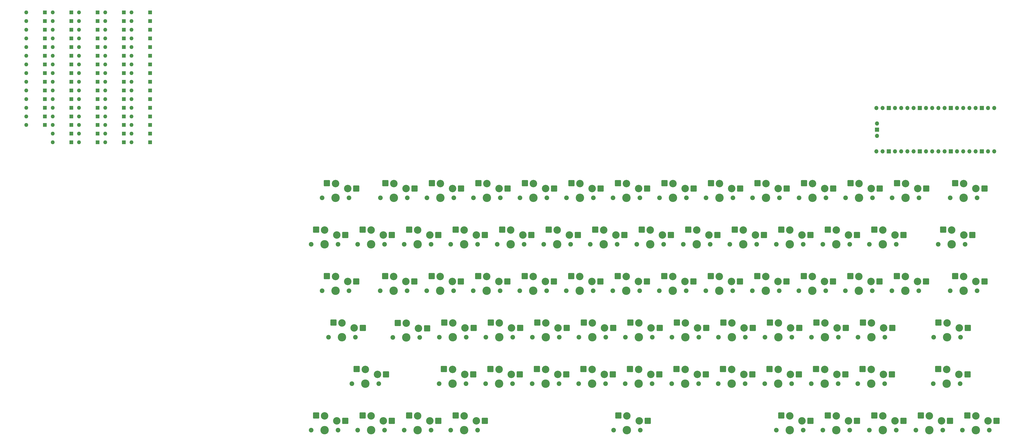
<source format=gbs>
G04 #@! TF.GenerationSoftware,KiCad,Pcbnew,8.0.8*
G04 #@! TF.CreationDate,2025-06-07T08:47:10+08:00*
G04 #@! TF.ProjectId,magic-keys,6d616769-632d-46b6-9579-732e6b696361,rev?*
G04 #@! TF.SameCoordinates,Original*
G04 #@! TF.FileFunction,Soldermask,Bot*
G04 #@! TF.FilePolarity,Negative*
%FSLAX46Y46*%
G04 Gerber Fmt 4.6, Leading zero omitted, Abs format (unit mm)*
G04 Created by KiCad (PCBNEW 8.0.8) date 2025-06-07 08:47:10*
%MOMM*%
%LPD*%
G01*
G04 APERTURE LIST*
G04 Aperture macros list*
%AMRoundRect*
0 Rectangle with rounded corners*
0 $1 Rounding radius*
0 $2 $3 $4 $5 $6 $7 $8 $9 X,Y pos of 4 corners*
0 Add a 4 corners polygon primitive as box body*
4,1,4,$2,$3,$4,$5,$6,$7,$8,$9,$2,$3,0*
0 Add four circle primitives for the rounded corners*
1,1,$1+$1,$2,$3*
1,1,$1+$1,$4,$5*
1,1,$1+$1,$6,$7*
1,1,$1+$1,$8,$9*
0 Add four rect primitives between the rounded corners*
20,1,$1+$1,$2,$3,$4,$5,0*
20,1,$1+$1,$4,$5,$6,$7,0*
20,1,$1+$1,$6,$7,$8,$9,0*
20,1,$1+$1,$8,$9,$2,$3,0*%
G04 Aperture macros list end*
%ADD10C,3.050000*%
%ADD11RoundRect,0.250000X-1.025000X-1.000000X1.025000X-1.000000X1.025000X1.000000X-1.025000X1.000000X0*%
%ADD12C,3.450000*%
%ADD13C,1.900000*%
%ADD14O,1.700000X1.700000*%
%ADD15R,1.700000X1.700000*%
%ADD16R,1.600000X1.600000*%
%ADD17O,1.600000X1.600000*%
G04 APERTURE END LIST*
D10*
G04 #@! TO.C,`~1*
X9525000Y-70300000D03*
X14525000Y-72400000D03*
D11*
X6025000Y-70200000D03*
X18025000Y-72400000D03*
D12*
X9525000Y-76200000D03*
D13*
X4025000Y-76200000D03*
X15025000Y-76200000D03*
G04 #@! TD*
D10*
G04 #@! TO.C,]}1*
X247362500Y-89350000D03*
X252362500Y-91450000D03*
D11*
X243862500Y-89250000D03*
X255862500Y-91450000D03*
D12*
X247362500Y-95250000D03*
D13*
X241862500Y-95250000D03*
X252862500Y-95250000D03*
G04 #@! TD*
D10*
G04 #@! TO.C,\u005C|1*
X271242500Y-89350000D03*
X276242500Y-91450000D03*
D11*
X267742500Y-89250000D03*
X279742500Y-91450000D03*
D12*
X271242500Y-95250000D03*
D13*
X265742500Y-95250000D03*
X276742500Y-95250000D03*
G04 #@! TD*
D10*
G04 #@! TO.C,[{1*
X228312500Y-89350000D03*
X233312500Y-91450000D03*
D11*
X224812500Y-89250000D03*
X236812500Y-91450000D03*
D12*
X228312500Y-95250000D03*
D13*
X222812500Y-95250000D03*
X233812500Y-95250000D03*
G04 #@! TD*
D10*
G04 #@! TO.C,Z1*
X61912500Y-127450000D03*
X66912500Y-129550000D03*
D11*
X58412500Y-127350000D03*
X70412500Y-129550000D03*
D12*
X61912500Y-133350000D03*
D13*
X56412500Y-133350000D03*
X67412500Y-133350000D03*
G04 #@! TD*
D10*
G04 #@! TO.C,Y1*
X133062500Y-89350000D03*
X138062500Y-91450000D03*
D11*
X129562500Y-89250000D03*
X141562500Y-91450000D03*
D12*
X133062500Y-95250000D03*
D13*
X127562500Y-95250000D03*
X138562500Y-95250000D03*
G04 #@! TD*
D10*
G04 #@! TO.C,X1*
X80962500Y-127450000D03*
X85962500Y-129550000D03*
D11*
X77462500Y-127350000D03*
X89462500Y-129550000D03*
D12*
X80962500Y-133350000D03*
D13*
X75462500Y-133350000D03*
X86462500Y-133350000D03*
G04 #@! TD*
D10*
G04 #@! TO.C,W1*
X56862500Y-89350000D03*
X61862500Y-91450000D03*
D11*
X53362500Y-89250000D03*
X65362500Y-91450000D03*
D12*
X56862500Y-95250000D03*
D13*
X51362500Y-95250000D03*
X62362500Y-95250000D03*
G04 #@! TD*
D10*
G04 #@! TO.C,V1*
X119062500Y-127450000D03*
X124062500Y-129550000D03*
D11*
X115562500Y-127350000D03*
X127562500Y-129550000D03*
D12*
X119062500Y-133350000D03*
D13*
X113562500Y-133350000D03*
X124562500Y-133350000D03*
G04 #@! TD*
D10*
G04 #@! TO.C,Up1*
X257175000Y-146500000D03*
X262175000Y-148600000D03*
D11*
X253675000Y-146400000D03*
X265675000Y-148600000D03*
D12*
X257175000Y-152400000D03*
D13*
X251675000Y-152400000D03*
X262675000Y-152400000D03*
G04 #@! TD*
D10*
G04 #@! TO.C,U2*
X152112500Y-89350000D03*
X157112500Y-91450000D03*
D11*
X148612500Y-89250000D03*
X160612500Y-91450000D03*
D12*
X152112500Y-95250000D03*
D13*
X146612500Y-95250000D03*
X157612500Y-95250000D03*
G04 #@! TD*
D10*
G04 #@! TO.C,Tab1*
X14000000Y-89350000D03*
X19000000Y-91450000D03*
D11*
X10500000Y-89250000D03*
X22500000Y-91450000D03*
D12*
X14000000Y-95250000D03*
D13*
X8500000Y-95250000D03*
X19500000Y-95250000D03*
G04 #@! TD*
D10*
G04 #@! TO.C,T1*
X114012500Y-89350000D03*
X119012500Y-91450000D03*
D11*
X110512500Y-89250000D03*
X122512500Y-91450000D03*
D12*
X114012500Y-95250000D03*
D13*
X108512500Y-95250000D03*
X119512500Y-95250000D03*
G04 #@! TD*
D10*
G04 #@! TO.C,Space1*
X133350000Y-146500000D03*
X138350000Y-148600000D03*
D11*
X129850000Y-146400000D03*
X141850000Y-148600000D03*
D12*
X133350000Y-152400000D03*
D13*
X127850000Y-152400000D03*
X138850000Y-152400000D03*
G04 #@! TD*
D10*
G04 #@! TO.C,Shift2*
X264318750Y-127450000D03*
X269318750Y-129550000D03*
D11*
X260818750Y-127350000D03*
X272818750Y-129550000D03*
D12*
X264318750Y-133350000D03*
D13*
X258818750Y-133350000D03*
X269818750Y-133350000D03*
G04 #@! TD*
D10*
G04 #@! TO.C,Shift1*
X26193750Y-127450000D03*
X31193750Y-129550000D03*
D11*
X22693750Y-127350000D03*
X34693750Y-129550000D03*
D12*
X26193750Y-133350000D03*
D13*
X20693750Y-133350000D03*
X31693750Y-133350000D03*
G04 #@! TD*
D10*
G04 #@! TO.C,S1*
X62037500Y-108400000D03*
X67037500Y-110500000D03*
D11*
X58537500Y-108300000D03*
X70537500Y-110500000D03*
D12*
X62037500Y-114300000D03*
D13*
X56537500Y-114300000D03*
X67537500Y-114300000D03*
G04 #@! TD*
D10*
G04 #@! TO.C,Right1*
X276225000Y-146500000D03*
X281225000Y-148600000D03*
D11*
X272725000Y-146400000D03*
X284725000Y-148600000D03*
D12*
X276225000Y-152400000D03*
D13*
X270725000Y-152400000D03*
X281725000Y-152400000D03*
G04 #@! TD*
D10*
G04 #@! TO.C,R1*
X94962500Y-89350000D03*
X99962500Y-91450000D03*
D11*
X91462500Y-89250000D03*
X103462500Y-91450000D03*
D12*
X94962500Y-95250000D03*
D13*
X89462500Y-95250000D03*
X100462500Y-95250000D03*
G04 #@! TD*
D10*
G04 #@! TO.C,Q1*
X37812500Y-89350000D03*
X42812500Y-91450000D03*
D11*
X34312500Y-89250000D03*
X46312500Y-91450000D03*
D12*
X37812500Y-95250000D03*
D13*
X32312500Y-95250000D03*
X43312500Y-95250000D03*
G04 #@! TD*
D10*
G04 #@! TO.C,P1*
X209262500Y-89350000D03*
X214262500Y-91450000D03*
D11*
X205762500Y-89250000D03*
X217762500Y-91450000D03*
D12*
X209262500Y-95250000D03*
D13*
X203762500Y-95250000D03*
X214762500Y-95250000D03*
G04 #@! TD*
D10*
G04 #@! TO.C,Option1*
X47625000Y-146500000D03*
X52625000Y-148600000D03*
D11*
X44125000Y-146400000D03*
X56125000Y-148600000D03*
D12*
X47625000Y-152400000D03*
D13*
X42125000Y-152400000D03*
X53125000Y-152400000D03*
G04 #@! TD*
D10*
G04 #@! TO.C,O1*
X190212500Y-89350000D03*
X195212500Y-91450000D03*
D11*
X186712500Y-89250000D03*
X198712500Y-91450000D03*
D12*
X190212500Y-95250000D03*
D13*
X184712500Y-95250000D03*
X195712500Y-95250000D03*
G04 #@! TD*
D10*
G04 #@! TO.C,N1*
X157162500Y-127450000D03*
X162162500Y-129550000D03*
D11*
X153662500Y-127350000D03*
X165662500Y-129550000D03*
D12*
X157162500Y-133350000D03*
D13*
X151662500Y-133350000D03*
X162662500Y-133350000D03*
G04 #@! TD*
D10*
G04 #@! TO.C,M1*
X176212500Y-127450000D03*
X181212500Y-129550000D03*
D11*
X172712500Y-127350000D03*
X184712500Y-129550000D03*
D12*
X176212500Y-133350000D03*
D13*
X170712500Y-133350000D03*
X181712500Y-133350000D03*
G04 #@! TD*
D10*
G04 #@! TO.C,Left1*
X219075000Y-146500000D03*
X224075000Y-148600000D03*
D11*
X215575000Y-146400000D03*
X227575000Y-148600000D03*
D12*
X219075000Y-152400000D03*
D13*
X213575000Y-152400000D03*
X224575000Y-152400000D03*
G04 #@! TD*
D10*
G04 #@! TO.C,L1*
X195387500Y-108400000D03*
X200387500Y-110500000D03*
D11*
X191887500Y-108300000D03*
X203887500Y-110500000D03*
D12*
X195387500Y-114300000D03*
D13*
X189887500Y-114300000D03*
X200887500Y-114300000D03*
G04 #@! TD*
D10*
G04 #@! TO.C,K1*
X176337500Y-108400000D03*
X181337500Y-110500000D03*
D11*
X172837500Y-108300000D03*
X184837500Y-110500000D03*
D12*
X176337500Y-114300000D03*
D13*
X170837500Y-114300000D03*
X181837500Y-114300000D03*
G04 #@! TD*
D10*
G04 #@! TO.C,J1*
X157287500Y-108400000D03*
X162287500Y-110500000D03*
D11*
X153787500Y-108300000D03*
X165787500Y-110500000D03*
D12*
X157287500Y-114300000D03*
D13*
X151787500Y-114300000D03*
X162787500Y-114300000D03*
G04 #@! TD*
D10*
G04 #@! TO.C,I1*
X171162500Y-89350000D03*
X176162500Y-91450000D03*
D11*
X167662500Y-89250000D03*
X179662500Y-91450000D03*
D12*
X171162500Y-95250000D03*
D13*
X165662500Y-95250000D03*
X176662500Y-95250000D03*
G04 #@! TD*
D10*
G04 #@! TO.C,H1*
X138237500Y-108400000D03*
X143237500Y-110500000D03*
D11*
X134737500Y-108300000D03*
X146737500Y-110500000D03*
D12*
X138237500Y-114300000D03*
D13*
X132737500Y-114300000D03*
X143737500Y-114300000D03*
G04 #@! TD*
D10*
G04 #@! TO.C,G1*
X119187500Y-108400000D03*
X124187500Y-110500000D03*
D11*
X115687500Y-108300000D03*
X127687500Y-110500000D03*
D12*
X119187500Y-114300000D03*
D13*
X113687500Y-114300000D03*
X124687500Y-114300000D03*
G04 #@! TD*
D10*
G04 #@! TO.C,Fn1*
X9525000Y-146500000D03*
X14525000Y-148600000D03*
D11*
X6025000Y-146400000D03*
X18025000Y-148600000D03*
D12*
X9525000Y-152400000D03*
D13*
X4025000Y-152400000D03*
X15025000Y-152400000D03*
G04 #@! TD*
D10*
G04 #@! TO.C,F13*
X100137500Y-108400000D03*
X105137500Y-110500000D03*
D11*
X96637500Y-108300000D03*
X108637500Y-110500000D03*
D12*
X100137500Y-114300000D03*
D13*
X94637500Y-114300000D03*
X105637500Y-114300000D03*
G04 #@! TD*
D10*
G04 #@! TO.C,F12*
X247430000Y-51250000D03*
X252430000Y-53350000D03*
D11*
X243930000Y-51150000D03*
X255930000Y-53350000D03*
D12*
X247430000Y-57150000D03*
D13*
X241930000Y-57150000D03*
X252930000Y-57150000D03*
G04 #@! TD*
D10*
G04 #@! TO.C,F11*
X228380000Y-51250000D03*
X233380000Y-53350000D03*
D11*
X224880000Y-51150000D03*
X236880000Y-53350000D03*
D12*
X228380000Y-57150000D03*
D13*
X222880000Y-57150000D03*
X233880000Y-57150000D03*
G04 #@! TD*
D10*
G04 #@! TO.C,F10*
X209330000Y-51250000D03*
X214330000Y-53350000D03*
D11*
X205830000Y-51150000D03*
X217830000Y-53350000D03*
D12*
X209330000Y-57150000D03*
D13*
X203830000Y-57150000D03*
X214830000Y-57150000D03*
G04 #@! TD*
D10*
G04 #@! TO.C,F9*
X190280000Y-51250000D03*
X195280000Y-53350000D03*
D11*
X186780000Y-51150000D03*
X198780000Y-53350000D03*
D12*
X190280000Y-57150000D03*
D13*
X184780000Y-57150000D03*
X195780000Y-57150000D03*
G04 #@! TD*
D10*
G04 #@! TO.C,F8*
X171230000Y-51250000D03*
X176230000Y-53350000D03*
D11*
X167730000Y-51150000D03*
X179730000Y-53350000D03*
D12*
X171230000Y-57150000D03*
D13*
X165730000Y-57150000D03*
X176730000Y-57150000D03*
G04 #@! TD*
D10*
G04 #@! TO.C,F7*
X152180000Y-51250000D03*
X157180000Y-53350000D03*
D11*
X148680000Y-51150000D03*
X160680000Y-53350000D03*
D12*
X152180000Y-57150000D03*
D13*
X146680000Y-57150000D03*
X157680000Y-57150000D03*
G04 #@! TD*
D10*
G04 #@! TO.C,F6*
X133130000Y-51250000D03*
X138130000Y-53350000D03*
D11*
X129630000Y-51150000D03*
X141630000Y-53350000D03*
D12*
X133130000Y-57150000D03*
D13*
X127630000Y-57150000D03*
X138630000Y-57150000D03*
G04 #@! TD*
D10*
G04 #@! TO.C,F5*
X114080000Y-51250000D03*
X119080000Y-53350000D03*
D11*
X110580000Y-51150000D03*
X122580000Y-53350000D03*
D12*
X114080000Y-57150000D03*
D13*
X108580000Y-57150000D03*
X119580000Y-57150000D03*
G04 #@! TD*
D10*
G04 #@! TO.C,F4*
X95030000Y-51250000D03*
X100030000Y-53350000D03*
D11*
X91530000Y-51150000D03*
X103530000Y-53350000D03*
D12*
X95030000Y-57150000D03*
D13*
X89530000Y-57150000D03*
X100530000Y-57150000D03*
G04 #@! TD*
D10*
G04 #@! TO.C,F3*
X75980000Y-51250000D03*
X80980000Y-53350000D03*
D11*
X72480000Y-51150000D03*
X84480000Y-53350000D03*
D12*
X75980000Y-57150000D03*
D13*
X70480000Y-57150000D03*
X81480000Y-57150000D03*
G04 #@! TD*
D10*
G04 #@! TO.C,F2*
X56930000Y-51250000D03*
X61930000Y-53350000D03*
D11*
X53430000Y-51150000D03*
X65430000Y-53350000D03*
D12*
X56930000Y-57150000D03*
D13*
X51430000Y-57150000D03*
X62430000Y-57150000D03*
G04 #@! TD*
D10*
G04 #@! TO.C,F1*
X37880000Y-51250000D03*
X42880000Y-53350000D03*
D11*
X34380000Y-51150000D03*
X46380000Y-53350000D03*
D12*
X37880000Y-57150000D03*
D13*
X32380000Y-57150000D03*
X43380000Y-57150000D03*
G04 #@! TD*
D10*
G04 #@! TO.C,Esc1*
X14000000Y-51250000D03*
X19000000Y-53350000D03*
D11*
X10500000Y-51150000D03*
X22500000Y-53350000D03*
D12*
X14000000Y-57150000D03*
D13*
X8500000Y-57150000D03*
X19500000Y-57150000D03*
G04 #@! TD*
D10*
G04 #@! TO.C,Enter1*
X264443750Y-108400000D03*
X269443750Y-110500000D03*
D11*
X260943750Y-108300000D03*
X272943750Y-110500000D03*
D12*
X264443750Y-114300000D03*
D13*
X258943750Y-114300000D03*
X269943750Y-114300000D03*
G04 #@! TD*
D10*
G04 #@! TO.C,E1*
X75912500Y-89350000D03*
X80912500Y-91450000D03*
D11*
X72412500Y-89250000D03*
X84412500Y-91450000D03*
D12*
X75912500Y-95250000D03*
D13*
X70412500Y-95250000D03*
X81412500Y-95250000D03*
G04 #@! TD*
D10*
G04 #@! TO.C,Down1*
X238125000Y-146500000D03*
X243125000Y-148600000D03*
D11*
X234625000Y-146400000D03*
X246625000Y-148600000D03*
D12*
X238125000Y-152400000D03*
D13*
X232625000Y-152400000D03*
X243625000Y-152400000D03*
G04 #@! TD*
D10*
G04 #@! TO.C,Del1*
X271242500Y-51250000D03*
X276242500Y-53350000D03*
D11*
X267742500Y-51150000D03*
X279742500Y-53350000D03*
D12*
X271242500Y-57150000D03*
D13*
X265742500Y-57150000D03*
X276742500Y-57150000D03*
G04 #@! TD*
D10*
G04 #@! TO.C,D1*
X81087500Y-108400000D03*
X86087500Y-110500000D03*
D11*
X77587500Y-108300000D03*
X89587500Y-110500000D03*
D12*
X81087500Y-114300000D03*
D13*
X75587500Y-114300000D03*
X86587500Y-114300000D03*
G04 #@! TD*
D10*
G04 #@! TO.C,Control1*
X28575000Y-146500000D03*
X33575000Y-148600000D03*
D11*
X25075000Y-146400000D03*
X37075000Y-148600000D03*
D12*
X28575000Y-152400000D03*
D13*
X23075000Y-152400000D03*
X34075000Y-152400000D03*
G04 #@! TD*
D10*
G04 #@! TO.C,Cmd2*
X200025000Y-146500000D03*
X205025000Y-148600000D03*
D11*
X196525000Y-146400000D03*
X208525000Y-148600000D03*
D12*
X200025000Y-152400000D03*
D13*
X194525000Y-152400000D03*
X205525000Y-152400000D03*
G04 #@! TD*
D10*
G04 #@! TO.C,Cmd1*
X66675000Y-146500000D03*
X71675000Y-148600000D03*
D11*
X63175000Y-146400000D03*
X75175000Y-148600000D03*
D12*
X66675000Y-152400000D03*
D13*
X61175000Y-152400000D03*
X72175000Y-152400000D03*
G04 #@! TD*
D10*
G04 #@! TO.C,CapsLock1*
X16668750Y-108400000D03*
X21668750Y-110500000D03*
D11*
X13168750Y-108300000D03*
X25168750Y-110500000D03*
D12*
X16668750Y-114300000D03*
D13*
X11168750Y-114300000D03*
X22168750Y-114300000D03*
G04 #@! TD*
D10*
G04 #@! TO.C,C1*
X100012500Y-127450000D03*
X105012500Y-129550000D03*
D11*
X96512500Y-127350000D03*
X108512500Y-129550000D03*
D12*
X100012500Y-133350000D03*
D13*
X94512500Y-133350000D03*
X105512500Y-133350000D03*
G04 #@! TD*
D10*
G04 #@! TO.C,Backspace1*
X266312500Y-70300000D03*
X271312500Y-72400000D03*
D11*
X262812500Y-70200000D03*
X274812500Y-72400000D03*
D12*
X266312500Y-76200000D03*
D13*
X260812500Y-76200000D03*
X271812500Y-76200000D03*
G04 #@! TD*
D10*
G04 #@! TO.C,B1*
X138112500Y-127450000D03*
X143112500Y-129550000D03*
D11*
X134612500Y-127350000D03*
X146612500Y-129550000D03*
D12*
X138112500Y-133350000D03*
D13*
X132612500Y-133350000D03*
X143612500Y-133350000D03*
G04 #@! TD*
D10*
G04 #@! TO.C,A1*
X42987500Y-108500000D03*
X47987500Y-110600000D03*
D11*
X39487500Y-108400000D03*
X51487500Y-110600000D03*
D12*
X42987500Y-114400000D03*
D13*
X37487500Y-114400000D03*
X48487500Y-114400000D03*
G04 #@! TD*
D10*
G04 #@! TO.C,>.1*
X214312500Y-127450000D03*
X219312500Y-129550000D03*
D11*
X210812500Y-127350000D03*
X222812500Y-129550000D03*
D12*
X214312500Y-133350000D03*
D13*
X208812500Y-133350000D03*
X219812500Y-133350000D03*
G04 #@! TD*
D10*
G04 #@! TO.C,=+1*
X238125000Y-70300000D03*
X243125000Y-72400000D03*
D11*
X234625000Y-70200000D03*
X246625000Y-72400000D03*
D12*
X238125000Y-76200000D03*
D13*
X232625000Y-76200000D03*
X243625000Y-76200000D03*
G04 #@! TD*
D10*
G04 #@! TO.C,<\u002C1*
X195262500Y-127450000D03*
X200262500Y-129550000D03*
D11*
X191762500Y-127350000D03*
X203762500Y-129550000D03*
D12*
X195262500Y-133350000D03*
D13*
X189762500Y-133350000D03*
X200762500Y-133350000D03*
G04 #@! TD*
D10*
G04 #@! TO.C,;:1*
X214437500Y-108400000D03*
X219437500Y-110500000D03*
D11*
X210937500Y-108300000D03*
X222937500Y-110500000D03*
D12*
X214437500Y-114300000D03*
D13*
X208937500Y-114300000D03*
X219937500Y-114300000D03*
G04 #@! TD*
D10*
G04 #@! TO.C,9(1*
X180975000Y-70300000D03*
X185975000Y-72400000D03*
D11*
X177475000Y-70200000D03*
X189475000Y-72400000D03*
D12*
X180975000Y-76200000D03*
D13*
X175475000Y-76200000D03*
X186475000Y-76200000D03*
G04 #@! TD*
D10*
G04 #@! TO.C,8\u002A1*
X161925000Y-70300000D03*
X166925000Y-72400000D03*
D11*
X158425000Y-70200000D03*
X170425000Y-72400000D03*
D12*
X161925000Y-76200000D03*
D13*
X156425000Y-76200000D03*
X167425000Y-76200000D03*
G04 #@! TD*
D10*
G04 #@! TO.C,7&1*
X142875000Y-70300000D03*
X147875000Y-72400000D03*
D11*
X139375000Y-70200000D03*
X151375000Y-72400000D03*
D12*
X142875000Y-76200000D03*
D13*
X137375000Y-76200000D03*
X148375000Y-76200000D03*
G04 #@! TD*
D10*
G04 #@! TO.C,6^1*
X123825000Y-70300000D03*
X128825000Y-72400000D03*
D11*
X120325000Y-70200000D03*
X132325000Y-72400000D03*
D12*
X123825000Y-76200000D03*
D13*
X118325000Y-76200000D03*
X129325000Y-76200000D03*
G04 #@! TD*
D10*
G04 #@! TO.C,5\u00251*
X104775000Y-70300000D03*
X109775000Y-72400000D03*
D11*
X101275000Y-70200000D03*
X113275000Y-72400000D03*
D12*
X104775000Y-76200000D03*
D13*
X99275000Y-76200000D03*
X110275000Y-76200000D03*
G04 #@! TD*
D10*
G04 #@! TO.C,4$1*
X85725000Y-70300000D03*
X90725000Y-72400000D03*
D11*
X82225000Y-70200000D03*
X94225000Y-72400000D03*
D12*
X85725000Y-76200000D03*
D13*
X80225000Y-76200000D03*
X91225000Y-76200000D03*
G04 #@! TD*
D10*
G04 #@! TO.C,3#1*
X66675000Y-70300000D03*
X71675000Y-72400000D03*
D11*
X63175000Y-70200000D03*
X75175000Y-72400000D03*
D12*
X66675000Y-76200000D03*
D13*
X61175000Y-76200000D03*
X72175000Y-76200000D03*
G04 #@! TD*
D10*
G04 #@! TO.C,2@1*
X47625000Y-70300000D03*
X52625000Y-72400000D03*
D11*
X44125000Y-70200000D03*
X56125000Y-72400000D03*
D12*
X47625000Y-76200000D03*
D13*
X42125000Y-76200000D03*
X53125000Y-76200000D03*
G04 #@! TD*
D10*
G04 #@! TO.C,1!1*
X28575000Y-70300000D03*
X33575000Y-72400000D03*
D11*
X25075000Y-70200000D03*
X37075000Y-72400000D03*
D12*
X28575000Y-76200000D03*
D13*
X23075000Y-76200000D03*
X34075000Y-76200000D03*
G04 #@! TD*
D10*
G04 #@! TO.C,0)1*
X200025000Y-70300000D03*
X205025000Y-72400000D03*
D11*
X196525000Y-70200000D03*
X208525000Y-72400000D03*
D12*
X200025000Y-76200000D03*
D13*
X194525000Y-76200000D03*
X205525000Y-76200000D03*
G04 #@! TD*
D10*
G04 #@! TO.C,/1*
X233362500Y-127450000D03*
X238362500Y-129550000D03*
D11*
X229862500Y-127350000D03*
X241862500Y-129550000D03*
D12*
X233362500Y-133350000D03*
D13*
X227862500Y-133350000D03*
X238862500Y-133350000D03*
G04 #@! TD*
D10*
G04 #@! TO.C,-_1*
X219075000Y-70300000D03*
X224075000Y-72400000D03*
D11*
X215575000Y-70200000D03*
X227575000Y-72400000D03*
D12*
X219075000Y-76200000D03*
D13*
X213575000Y-76200000D03*
X224575000Y-76200000D03*
G04 #@! TD*
D10*
G04 #@! TO.C,'"1*
X233487500Y-108400000D03*
X238487500Y-110500000D03*
D11*
X229987500Y-108300000D03*
X241987500Y-110500000D03*
D12*
X233487500Y-114300000D03*
D13*
X227987500Y-114300000D03*
X238987500Y-114300000D03*
G04 #@! TD*
D14*
G04 #@! TO.C,U1*
X283755000Y-20320000D03*
X281215000Y-20320000D03*
D15*
X278675000Y-20320000D03*
D14*
X276135000Y-20320000D03*
X273595000Y-20320000D03*
X271055000Y-20320000D03*
X268515000Y-20320000D03*
D15*
X265975000Y-20320000D03*
D14*
X263435000Y-20320000D03*
X260895000Y-20320000D03*
X258355000Y-20320000D03*
X255815000Y-20320000D03*
D15*
X253275000Y-20320000D03*
D14*
X250735000Y-20320000D03*
X248195000Y-20320000D03*
X245655000Y-20320000D03*
X243115000Y-20320000D03*
D15*
X240575000Y-20320000D03*
D14*
X238035000Y-20320000D03*
X235495000Y-20320000D03*
X235495000Y-38100000D03*
X238035000Y-38100000D03*
D15*
X240575000Y-38100000D03*
D14*
X243115000Y-38100000D03*
X245655000Y-38100000D03*
X248195000Y-38100000D03*
X250735000Y-38100000D03*
D15*
X253275000Y-38100000D03*
D14*
X255815000Y-38100000D03*
X258355000Y-38100000D03*
X260895000Y-38100000D03*
X263435000Y-38100000D03*
D15*
X265975000Y-38100000D03*
D14*
X268515000Y-38100000D03*
X271055000Y-38100000D03*
X273595000Y-38100000D03*
X276135000Y-38100000D03*
D15*
X278675000Y-38100000D03*
D14*
X281215000Y-38100000D03*
X283755000Y-38100000D03*
X235725000Y-26670000D03*
D15*
X235725000Y-29210000D03*
D14*
X235725000Y-31750000D03*
G04 #@! TD*
D16*
G04 #@! TO.C,IDiode1*
X-83452500Y-34375000D03*
D17*
X-91072500Y-34375000D03*
G04 #@! TD*
D16*
G04 #@! TO.C,>.Diode1*
X-72682500Y18875000D03*
D17*
X-80302500Y18875000D03*
G04 #@! TD*
D16*
G04 #@! TO.C,[{Diode1*
X-104992500Y-16625000D03*
D17*
X-112612500Y-16625000D03*
G04 #@! TD*
D16*
G04 #@! TO.C,`~Diode1*
X-104992500Y-27275000D03*
D17*
X-112612500Y-27275000D03*
G04 #@! TD*
D16*
G04 #@! TO.C,NDiode1*
X-94222500Y1125000D03*
D17*
X-101842500Y1125000D03*
G04 #@! TD*
D16*
G04 #@! TO.C,=+Diode1*
X-61912500Y-34375000D03*
D17*
X-69532500Y-34375000D03*
G04 #@! TD*
D16*
G04 #@! TO.C,UDiode1*
X-104992500Y8225000D03*
D17*
X-112612500Y8225000D03*
G04 #@! TD*
D16*
G04 #@! TO.C,SpaceDiode1*
X-104992500Y18875000D03*
D17*
X-112612500Y18875000D03*
G04 #@! TD*
D16*
G04 #@! TO.C,QDiode1*
X-94222500Y-16625000D03*
D17*
X-101842500Y-16625000D03*
G04 #@! TD*
D16*
G04 #@! TO.C,1!Diode1*
X-61912500Y4675000D03*
D17*
X-69532500Y4675000D03*
G04 #@! TD*
D16*
G04 #@! TO.C,0)Diode1*
X-61912500Y8225000D03*
D17*
X-69532500Y8225000D03*
G04 #@! TD*
D16*
G04 #@! TO.C,PDiode1*
X-94222500Y-13075000D03*
D17*
X-101842500Y-13075000D03*
G04 #@! TD*
D16*
G04 #@! TO.C,5\u0025Diode1*
X-61912500Y-9525000D03*
D17*
X-69532500Y-9525000D03*
G04 #@! TD*
D16*
G04 #@! TO.C,SDiode1*
X-94222500Y-27275000D03*
D17*
X-101842500Y-27275000D03*
G04 #@! TD*
D16*
G04 #@! TO.C,EnterDiode1*
X-72682500Y-27275000D03*
D17*
X-80302500Y-27275000D03*
G04 #@! TD*
D16*
G04 #@! TO.C,BackspaceDiode1*
X-72682500Y8225000D03*
D17*
X-80302500Y8225000D03*
G04 #@! TD*
D16*
G04 #@! TO.C,F9Diode1*
X-83452500Y-16625000D03*
D17*
X-91072500Y-16625000D03*
G04 #@! TD*
D16*
G04 #@! TO.C,EDiode1*
X-72682500Y-23725000D03*
D17*
X-80302500Y-23725000D03*
G04 #@! TD*
D16*
G04 #@! TO.C,ControlDiode1*
X-72682500Y-9525000D03*
D17*
X-80302500Y-9525000D03*
G04 #@! TD*
D16*
G04 #@! TO.C,ShiftDiode2*
X-94222500Y-34375000D03*
D17*
X-101842500Y-34375000D03*
G04 #@! TD*
D16*
G04 #@! TO.C,F10Diode1*
X-72682500Y-34375000D03*
D17*
X-80302500Y-34375000D03*
G04 #@! TD*
D16*
G04 #@! TO.C,F3Diode1*
X-83452500Y4675000D03*
D17*
X-91072500Y4675000D03*
G04 #@! TD*
D16*
G04 #@! TO.C,EscDiode1*
X-72682500Y-30825000D03*
D17*
X-80302500Y-30825000D03*
G04 #@! TD*
D16*
G04 #@! TO.C,HDiode1*
X-83452500Y-30825000D03*
D17*
X-91072500Y-30825000D03*
G04 #@! TD*
D16*
G04 #@! TO.C,LDiode1*
X-94222500Y11775000D03*
D17*
X-101842500Y11775000D03*
G04 #@! TD*
D16*
G04 #@! TO.C,VDiode1*
X-104992500Y1125000D03*
D17*
X-112612500Y1125000D03*
G04 #@! TD*
D16*
G04 #@! TO.C,F6Diode1*
X-83452500Y-5975000D03*
D17*
X-91072500Y-5975000D03*
G04 #@! TD*
D16*
G04 #@! TO.C,KDiode1*
X-94222500Y15325000D03*
D17*
X-101842500Y15325000D03*
G04 #@! TD*
D16*
G04 #@! TO.C,TDiode1*
X-104992500Y15325000D03*
D17*
X-112612500Y15325000D03*
G04 #@! TD*
D16*
G04 #@! TO.C,MDiode1*
X-94222500Y4675000D03*
D17*
X-101842500Y4675000D03*
G04 #@! TD*
D16*
G04 #@! TO.C,F1Diode1*
X-83452500Y11775000D03*
D17*
X-91072500Y11775000D03*
G04 #@! TD*
D16*
G04 #@! TO.C,FnDiode1*
X-83452500Y-23725000D03*
D17*
X-91072500Y-23725000D03*
G04 #@! TD*
D16*
G04 #@! TO.C,F7Diode1*
X-83452500Y-9525000D03*
D17*
X-91072500Y-9525000D03*
G04 #@! TD*
D16*
G04 #@! TO.C,XDiode1*
X-104992500Y-5975000D03*
D17*
X-112612500Y-5975000D03*
G04 #@! TD*
D16*
G04 #@! TO.C,WDiode1*
X-104992500Y-2425000D03*
D17*
X-112612500Y-2425000D03*
G04 #@! TD*
D16*
G04 #@! TO.C,DDiode1*
X-72682500Y-13075000D03*
D17*
X-80302500Y-13075000D03*
G04 #@! TD*
D16*
G04 #@! TO.C,9(Diode1*
X-61912500Y-23725000D03*
D17*
X-69532500Y-23725000D03*
G04 #@! TD*
D16*
G04 #@! TO.C,3#Diode1*
X-61912500Y-2425000D03*
D17*
X-69532500Y-2425000D03*
G04 #@! TD*
D16*
G04 #@! TO.C,6^Diode1*
X-61912500Y-13075000D03*
D17*
X-69532500Y-13075000D03*
G04 #@! TD*
D16*
G04 #@! TO.C,2@Diode1*
X-61912500Y1125000D03*
D17*
X-69532500Y1125000D03*
G04 #@! TD*
D16*
G04 #@! TO.C,F4Diode1*
X-83452500Y1125000D03*
D17*
X-91072500Y1125000D03*
G04 #@! TD*
D16*
G04 #@! TO.C,F12Diode1*
X-83452500Y15325000D03*
D17*
X-91072500Y15325000D03*
G04 #@! TD*
D16*
G04 #@! TO.C,F5Diode1*
X-83452500Y-2425000D03*
D17*
X-91072500Y-2425000D03*
G04 #@! TD*
D16*
G04 #@! TO.C,8\u002ADiode1*
X-61912500Y-20175000D03*
D17*
X-69532500Y-20175000D03*
G04 #@! TD*
D16*
G04 #@! TO.C,/?Diode1*
X-61912500Y11775000D03*
D17*
X-69532500Y11775000D03*
G04 #@! TD*
D16*
G04 #@! TO.C,CmdDiode1*
X-72682500Y-2425000D03*
D17*
X-80302500Y-2425000D03*
G04 #@! TD*
D16*
G04 #@! TO.C,CapsLockDiode1*
X-72682500Y1125000D03*
D17*
X-80302500Y1125000D03*
G04 #@! TD*
D16*
G04 #@! TO.C,DownDiode1*
X-72682500Y-20175000D03*
D17*
X-80302500Y-20175000D03*
G04 #@! TD*
D16*
G04 #@! TO.C,LeftDiode1*
X-94222500Y8225000D03*
D17*
X-101842500Y8225000D03*
G04 #@! TD*
D16*
G04 #@! TO.C,F11Diode1*
X-83452500Y18875000D03*
D17*
X-91072500Y18875000D03*
G04 #@! TD*
D16*
G04 #@! TO.C,UpDiode1*
X-104992500Y4675000D03*
D17*
X-112612500Y4675000D03*
G04 #@! TD*
D16*
G04 #@! TO.C,DelDiode1*
X-72682500Y-16625000D03*
D17*
X-80302500Y-16625000D03*
G04 #@! TD*
D16*
G04 #@! TO.C,OptionDiode1*
X-94222500Y-5975000D03*
D17*
X-101842500Y-5975000D03*
G04 #@! TD*
D16*
G04 #@! TO.C,ODiode1*
X-94222500Y-2425000D03*
D17*
X-101842500Y-2425000D03*
G04 #@! TD*
D16*
G04 #@! TO.C,TabDiode1*
X-104992500Y11775000D03*
D17*
X-112612500Y11775000D03*
G04 #@! TD*
D16*
G04 #@! TO.C,ADiode1*
X-72682500Y15325000D03*
D17*
X-80302500Y15325000D03*
G04 #@! TD*
D16*
G04 #@! TO.C,4$Diode1*
X-61912500Y-5975000D03*
D17*
X-69532500Y-5975000D03*
G04 #@! TD*
D16*
G04 #@! TO.C,F2Diode1*
X-83452500Y8225000D03*
D17*
X-91072500Y8225000D03*
G04 #@! TD*
D16*
G04 #@! TO.C,RDiode1*
X-94222500Y-20175000D03*
D17*
X-101842500Y-20175000D03*
G04 #@! TD*
D16*
G04 #@! TO.C,'"Diode1*
X-61912500Y18875000D03*
D17*
X-69532500Y18875000D03*
G04 #@! TD*
D16*
G04 #@! TO.C,YDiode1*
X-104992500Y-9525000D03*
D17*
X-112612500Y-9525000D03*
G04 #@! TD*
D16*
G04 #@! TO.C,GDiode1*
X-83452500Y-27275000D03*
D17*
X-91072500Y-27275000D03*
G04 #@! TD*
D16*
G04 #@! TO.C,<\u002CDiode1*
X-61912500Y-30825000D03*
D17*
X-69532500Y-30825000D03*
G04 #@! TD*
D16*
G04 #@! TO.C,ZDiode1*
X-104992500Y-13075000D03*
D17*
X-112612500Y-13075000D03*
G04 #@! TD*
D16*
G04 #@! TO.C,JDiode1*
X-94222500Y18875000D03*
D17*
X-101842500Y18875000D03*
G04 #@! TD*
D16*
G04 #@! TO.C,F8Diode1*
X-83452500Y-13075000D03*
D17*
X-91072500Y-13075000D03*
G04 #@! TD*
D16*
G04 #@! TO.C,ShiftDiode1*
X-94222500Y-30825000D03*
D17*
X-101842500Y-30825000D03*
G04 #@! TD*
D16*
G04 #@! TO.C,7&Diode1*
X-61912500Y-16625000D03*
D17*
X-69532500Y-16625000D03*
G04 #@! TD*
D16*
G04 #@! TO.C,RightDiode1*
X-94222500Y-23725000D03*
D17*
X-101842500Y-23725000D03*
G04 #@! TD*
D16*
G04 #@! TO.C,]}Diode1*
X-104992500Y-23725000D03*
D17*
X-112612500Y-23725000D03*
G04 #@! TD*
D16*
G04 #@! TO.C,FDiode1*
X-83452500Y-20175000D03*
D17*
X-91072500Y-20175000D03*
G04 #@! TD*
D16*
G04 #@! TO.C,;:Diode1*
X-61912500Y-27275000D03*
D17*
X-69532500Y-27275000D03*
G04 #@! TD*
D16*
G04 #@! TO.C,CmdDiode2*
X-72682500Y-5975000D03*
D17*
X-80302500Y-5975000D03*
G04 #@! TD*
D16*
G04 #@! TO.C,OptionDiode2*
X-94222500Y-9525000D03*
D17*
X-101842500Y-9525000D03*
G04 #@! TD*
D16*
G04 #@! TO.C,-_Diode1*
X-61912500Y15325000D03*
D17*
X-69532500Y15325000D03*
G04 #@! TD*
D16*
G04 #@! TO.C,BDiode1*
X-72682500Y11775000D03*
D17*
X-80302500Y11775000D03*
G04 #@! TD*
D16*
G04 #@! TO.C,CDiode1*
X-72682500Y4675000D03*
D17*
X-80302500Y4675000D03*
G04 #@! TD*
D16*
G04 #@! TO.C,\u005C|Diode1*
X-104992500Y-20175000D03*
D17*
X-112612500Y-20175000D03*
G04 #@! TD*
M02*

</source>
